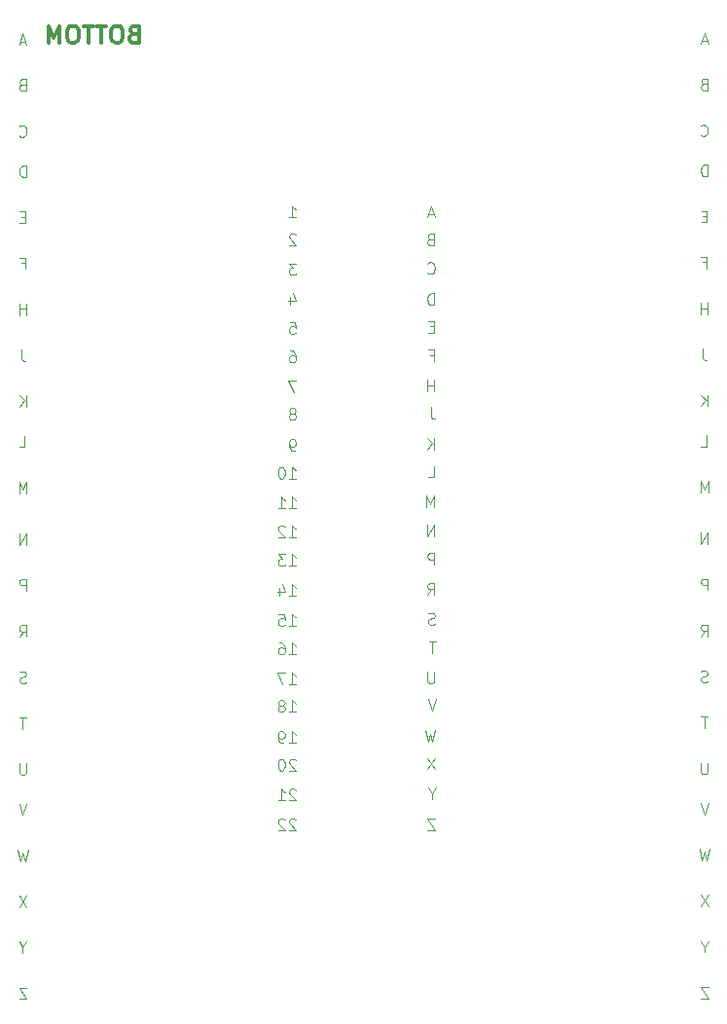
<source format=gbr>
G04 #@! TF.GenerationSoftware,KiCad,Pcbnew,8.0.6-8.0.6-0~ubuntu24.10.1*
G04 #@! TF.CreationDate,2024-10-17T11:16:10-07:00*
G04 #@! TF.ProjectId,kim1-power,6b696d31-2d70-46f7-9765-722e6b696361,1.2*
G04 #@! TF.SameCoordinates,Original*
G04 #@! TF.FileFunction,Legend,Bot*
G04 #@! TF.FilePolarity,Positive*
%FSLAX46Y46*%
G04 Gerber Fmt 4.6, Leading zero omitted, Abs format (unit mm)*
G04 Created by KiCad (PCBNEW 8.0.6-8.0.6-0~ubuntu24.10.1) date 2024-10-17 11:16:10*
%MOMM*%
%LPD*%
G01*
G04 APERTURE LIST*
%ADD10C,0.100000*%
%ADD11C,0.300000*%
%ADD12C,0.125000*%
G04 APERTURE END LIST*
D10*
X139591353Y-87072419D02*
X138924687Y-87072419D01*
X138924687Y-87072419D02*
X139353258Y-88072419D01*
X151596115Y-87972419D02*
X151596115Y-86972419D01*
X151596115Y-87448609D02*
X151024687Y-87448609D01*
X151024687Y-87972419D02*
X151024687Y-86972419D01*
X139543734Y-125267657D02*
X139496115Y-125220038D01*
X139496115Y-125220038D02*
X139400877Y-125172419D01*
X139400877Y-125172419D02*
X139162782Y-125172419D01*
X139162782Y-125172419D02*
X139067544Y-125220038D01*
X139067544Y-125220038D02*
X139019925Y-125267657D01*
X139019925Y-125267657D02*
X138972306Y-125362895D01*
X138972306Y-125362895D02*
X138972306Y-125458133D01*
X138972306Y-125458133D02*
X139019925Y-125600990D01*
X139019925Y-125600990D02*
X139591353Y-126172419D01*
X139591353Y-126172419D02*
X138972306Y-126172419D01*
X138591353Y-125267657D02*
X138543734Y-125220038D01*
X138543734Y-125220038D02*
X138448496Y-125172419D01*
X138448496Y-125172419D02*
X138210401Y-125172419D01*
X138210401Y-125172419D02*
X138115163Y-125220038D01*
X138115163Y-125220038D02*
X138067544Y-125267657D01*
X138067544Y-125267657D02*
X138019925Y-125362895D01*
X138019925Y-125362895D02*
X138019925Y-125458133D01*
X138019925Y-125458133D02*
X138067544Y-125600990D01*
X138067544Y-125600990D02*
X138638972Y-126172419D01*
X138638972Y-126172419D02*
X138019925Y-126172419D01*
X151119925Y-95472419D02*
X151596115Y-95472419D01*
X151596115Y-95472419D02*
X151596115Y-94472419D01*
X139067544Y-79805752D02*
X139067544Y-80472419D01*
X139305639Y-79424800D02*
X139543734Y-80139085D01*
X139543734Y-80139085D02*
X138924687Y-80139085D01*
X151596115Y-98072419D02*
X151596115Y-97072419D01*
X151596115Y-97072419D02*
X151262782Y-97786704D01*
X151262782Y-97786704D02*
X150929449Y-97072419D01*
X150929449Y-97072419D02*
X150929449Y-98072419D01*
X151405639Y-122996228D02*
X151405639Y-123472419D01*
X151738972Y-122472419D02*
X151405639Y-122996228D01*
X151405639Y-122996228D02*
X151072306Y-122472419D01*
X151262782Y-84848609D02*
X151596115Y-84848609D01*
X151596115Y-85372419D02*
X151596115Y-84372419D01*
X151596115Y-84372419D02*
X151119925Y-84372419D01*
X138972306Y-110872419D02*
X139543734Y-110872419D01*
X139258020Y-110872419D02*
X139258020Y-109872419D01*
X139258020Y-109872419D02*
X139353258Y-110015276D01*
X139353258Y-110015276D02*
X139448496Y-110110514D01*
X139448496Y-110110514D02*
X139543734Y-110158133D01*
X138115163Y-109872419D02*
X138305639Y-109872419D01*
X138305639Y-109872419D02*
X138400877Y-109920038D01*
X138400877Y-109920038D02*
X138448496Y-109967657D01*
X138448496Y-109967657D02*
X138543734Y-110110514D01*
X138543734Y-110110514D02*
X138591353Y-110300990D01*
X138591353Y-110300990D02*
X138591353Y-110681942D01*
X138591353Y-110681942D02*
X138543734Y-110777180D01*
X138543734Y-110777180D02*
X138496115Y-110824800D01*
X138496115Y-110824800D02*
X138400877Y-110872419D01*
X138400877Y-110872419D02*
X138210401Y-110872419D01*
X138210401Y-110872419D02*
X138115163Y-110824800D01*
X138115163Y-110824800D02*
X138067544Y-110777180D01*
X138067544Y-110777180D02*
X138019925Y-110681942D01*
X138019925Y-110681942D02*
X138019925Y-110443847D01*
X138019925Y-110443847D02*
X138067544Y-110348609D01*
X138067544Y-110348609D02*
X138115163Y-110300990D01*
X138115163Y-110300990D02*
X138210401Y-110253371D01*
X138210401Y-110253371D02*
X138400877Y-110253371D01*
X138400877Y-110253371D02*
X138496115Y-110300990D01*
X138496115Y-110300990D02*
X138543734Y-110348609D01*
X138543734Y-110348609D02*
X138591353Y-110443847D01*
X139019925Y-81972419D02*
X139496115Y-81972419D01*
X139496115Y-81972419D02*
X139543734Y-82448609D01*
X139543734Y-82448609D02*
X139496115Y-82400990D01*
X139496115Y-82400990D02*
X139400877Y-82353371D01*
X139400877Y-82353371D02*
X139162782Y-82353371D01*
X139162782Y-82353371D02*
X139067544Y-82400990D01*
X139067544Y-82400990D02*
X139019925Y-82448609D01*
X139019925Y-82448609D02*
X138972306Y-82543847D01*
X138972306Y-82543847D02*
X138972306Y-82781942D01*
X138972306Y-82781942D02*
X139019925Y-82877180D01*
X139019925Y-82877180D02*
X139067544Y-82924800D01*
X139067544Y-82924800D02*
X139162782Y-82972419D01*
X139162782Y-82972419D02*
X139400877Y-82972419D01*
X139400877Y-82972419D02*
X139496115Y-82924800D01*
X139496115Y-82924800D02*
X139543734Y-82877180D01*
X151543734Y-72586704D02*
X151067544Y-72586704D01*
X151638972Y-72872419D02*
X151305639Y-71872419D01*
X151305639Y-71872419D02*
X150972306Y-72872419D01*
X151691353Y-117472419D02*
X151453258Y-118472419D01*
X151453258Y-118472419D02*
X151262782Y-117758133D01*
X151262782Y-117758133D02*
X151072306Y-118472419D01*
X151072306Y-118472419D02*
X150834211Y-117472419D01*
X151596115Y-80472419D02*
X151596115Y-79472419D01*
X151596115Y-79472419D02*
X151358020Y-79472419D01*
X151358020Y-79472419D02*
X151215163Y-79520038D01*
X151215163Y-79520038D02*
X151119925Y-79615276D01*
X151119925Y-79615276D02*
X151072306Y-79710514D01*
X151072306Y-79710514D02*
X151024687Y-79900990D01*
X151024687Y-79900990D02*
X151024687Y-80043847D01*
X151024687Y-80043847D02*
X151072306Y-80234323D01*
X151072306Y-80234323D02*
X151119925Y-80329561D01*
X151119925Y-80329561D02*
X151215163Y-80424800D01*
X151215163Y-80424800D02*
X151358020Y-80472419D01*
X151358020Y-80472419D02*
X151596115Y-80472419D01*
D11*
X125445489Y-56915114D02*
X125231203Y-56986542D01*
X125231203Y-56986542D02*
X125159774Y-57057971D01*
X125159774Y-57057971D02*
X125088346Y-57200828D01*
X125088346Y-57200828D02*
X125088346Y-57415114D01*
X125088346Y-57415114D02*
X125159774Y-57557971D01*
X125159774Y-57557971D02*
X125231203Y-57629400D01*
X125231203Y-57629400D02*
X125374060Y-57700828D01*
X125374060Y-57700828D02*
X125945489Y-57700828D01*
X125945489Y-57700828D02*
X125945489Y-56200828D01*
X125945489Y-56200828D02*
X125445489Y-56200828D01*
X125445489Y-56200828D02*
X125302632Y-56272257D01*
X125302632Y-56272257D02*
X125231203Y-56343685D01*
X125231203Y-56343685D02*
X125159774Y-56486542D01*
X125159774Y-56486542D02*
X125159774Y-56629400D01*
X125159774Y-56629400D02*
X125231203Y-56772257D01*
X125231203Y-56772257D02*
X125302632Y-56843685D01*
X125302632Y-56843685D02*
X125445489Y-56915114D01*
X125445489Y-56915114D02*
X125945489Y-56915114D01*
X124159774Y-56200828D02*
X123874060Y-56200828D01*
X123874060Y-56200828D02*
X123731203Y-56272257D01*
X123731203Y-56272257D02*
X123588346Y-56415114D01*
X123588346Y-56415114D02*
X123516917Y-56700828D01*
X123516917Y-56700828D02*
X123516917Y-57200828D01*
X123516917Y-57200828D02*
X123588346Y-57486542D01*
X123588346Y-57486542D02*
X123731203Y-57629400D01*
X123731203Y-57629400D02*
X123874060Y-57700828D01*
X123874060Y-57700828D02*
X124159774Y-57700828D01*
X124159774Y-57700828D02*
X124302632Y-57629400D01*
X124302632Y-57629400D02*
X124445489Y-57486542D01*
X124445489Y-57486542D02*
X124516917Y-57200828D01*
X124516917Y-57200828D02*
X124516917Y-56700828D01*
X124516917Y-56700828D02*
X124445489Y-56415114D01*
X124445489Y-56415114D02*
X124302632Y-56272257D01*
X124302632Y-56272257D02*
X124159774Y-56200828D01*
X123088345Y-56200828D02*
X122231203Y-56200828D01*
X122659774Y-57700828D02*
X122659774Y-56200828D01*
X121945488Y-56200828D02*
X121088346Y-56200828D01*
X121516917Y-57700828D02*
X121516917Y-56200828D01*
X120302631Y-56200828D02*
X120016917Y-56200828D01*
X120016917Y-56200828D02*
X119874060Y-56272257D01*
X119874060Y-56272257D02*
X119731203Y-56415114D01*
X119731203Y-56415114D02*
X119659774Y-56700828D01*
X119659774Y-56700828D02*
X119659774Y-57200828D01*
X119659774Y-57200828D02*
X119731203Y-57486542D01*
X119731203Y-57486542D02*
X119874060Y-57629400D01*
X119874060Y-57629400D02*
X120016917Y-57700828D01*
X120016917Y-57700828D02*
X120302631Y-57700828D01*
X120302631Y-57700828D02*
X120445489Y-57629400D01*
X120445489Y-57629400D02*
X120588346Y-57486542D01*
X120588346Y-57486542D02*
X120659774Y-57200828D01*
X120659774Y-57200828D02*
X120659774Y-56700828D01*
X120659774Y-56700828D02*
X120588346Y-56415114D01*
X120588346Y-56415114D02*
X120445489Y-56272257D01*
X120445489Y-56272257D02*
X120302631Y-56200828D01*
X119016917Y-57700828D02*
X119016917Y-56200828D01*
X119016917Y-56200828D02*
X118516917Y-57272257D01*
X118516917Y-57272257D02*
X118016917Y-56200828D01*
X118016917Y-56200828D02*
X118016917Y-57700828D01*
D10*
X138972306Y-103172419D02*
X139543734Y-103172419D01*
X139258020Y-103172419D02*
X139258020Y-102172419D01*
X139258020Y-102172419D02*
X139353258Y-102315276D01*
X139353258Y-102315276D02*
X139448496Y-102410514D01*
X139448496Y-102410514D02*
X139543734Y-102458133D01*
X138638972Y-102172419D02*
X138019925Y-102172419D01*
X138019925Y-102172419D02*
X138353258Y-102553371D01*
X138353258Y-102553371D02*
X138210401Y-102553371D01*
X138210401Y-102553371D02*
X138115163Y-102600990D01*
X138115163Y-102600990D02*
X138067544Y-102648609D01*
X138067544Y-102648609D02*
X138019925Y-102743847D01*
X138019925Y-102743847D02*
X138019925Y-102981942D01*
X138019925Y-102981942D02*
X138067544Y-103077180D01*
X138067544Y-103077180D02*
X138115163Y-103124800D01*
X138115163Y-103124800D02*
X138210401Y-103172419D01*
X138210401Y-103172419D02*
X138496115Y-103172419D01*
X138496115Y-103172419D02*
X138591353Y-103124800D01*
X138591353Y-103124800D02*
X138638972Y-103077180D01*
X151024687Y-77677180D02*
X151072306Y-77724800D01*
X151072306Y-77724800D02*
X151215163Y-77772419D01*
X151215163Y-77772419D02*
X151310401Y-77772419D01*
X151310401Y-77772419D02*
X151453258Y-77724800D01*
X151453258Y-77724800D02*
X151548496Y-77629561D01*
X151548496Y-77629561D02*
X151596115Y-77534323D01*
X151596115Y-77534323D02*
X151643734Y-77343847D01*
X151643734Y-77343847D02*
X151643734Y-77200990D01*
X151643734Y-77200990D02*
X151596115Y-77010514D01*
X151596115Y-77010514D02*
X151548496Y-76915276D01*
X151548496Y-76915276D02*
X151453258Y-76820038D01*
X151453258Y-76820038D02*
X151310401Y-76772419D01*
X151310401Y-76772419D02*
X151215163Y-76772419D01*
X151215163Y-76772419D02*
X151072306Y-76820038D01*
X151072306Y-76820038D02*
X151024687Y-76867657D01*
X151262782Y-74748609D02*
X151119925Y-74796228D01*
X151119925Y-74796228D02*
X151072306Y-74843847D01*
X151072306Y-74843847D02*
X151024687Y-74939085D01*
X151024687Y-74939085D02*
X151024687Y-75081942D01*
X151024687Y-75081942D02*
X151072306Y-75177180D01*
X151072306Y-75177180D02*
X151119925Y-75224800D01*
X151119925Y-75224800D02*
X151215163Y-75272419D01*
X151215163Y-75272419D02*
X151596115Y-75272419D01*
X151596115Y-75272419D02*
X151596115Y-74272419D01*
X151596115Y-74272419D02*
X151262782Y-74272419D01*
X151262782Y-74272419D02*
X151167544Y-74320038D01*
X151167544Y-74320038D02*
X151119925Y-74367657D01*
X151119925Y-74367657D02*
X151072306Y-74462895D01*
X151072306Y-74462895D02*
X151072306Y-74558133D01*
X151072306Y-74558133D02*
X151119925Y-74653371D01*
X151119925Y-74653371D02*
X151167544Y-74700990D01*
X151167544Y-74700990D02*
X151262782Y-74748609D01*
X151262782Y-74748609D02*
X151596115Y-74748609D01*
X151310401Y-89372419D02*
X151310401Y-90086704D01*
X151310401Y-90086704D02*
X151358020Y-90229561D01*
X151358020Y-90229561D02*
X151453258Y-90324800D01*
X151453258Y-90324800D02*
X151596115Y-90372419D01*
X151596115Y-90372419D02*
X151691353Y-90372419D01*
X138972306Y-118572419D02*
X139543734Y-118572419D01*
X139258020Y-118572419D02*
X139258020Y-117572419D01*
X139258020Y-117572419D02*
X139353258Y-117715276D01*
X139353258Y-117715276D02*
X139448496Y-117810514D01*
X139448496Y-117810514D02*
X139543734Y-117858133D01*
X138496115Y-118572419D02*
X138305639Y-118572419D01*
X138305639Y-118572419D02*
X138210401Y-118524800D01*
X138210401Y-118524800D02*
X138162782Y-118477180D01*
X138162782Y-118477180D02*
X138067544Y-118334323D01*
X138067544Y-118334323D02*
X138019925Y-118143847D01*
X138019925Y-118143847D02*
X138019925Y-117762895D01*
X138019925Y-117762895D02*
X138067544Y-117667657D01*
X138067544Y-117667657D02*
X138115163Y-117620038D01*
X138115163Y-117620038D02*
X138210401Y-117572419D01*
X138210401Y-117572419D02*
X138400877Y-117572419D01*
X138400877Y-117572419D02*
X138496115Y-117620038D01*
X138496115Y-117620038D02*
X138543734Y-117667657D01*
X138543734Y-117667657D02*
X138591353Y-117762895D01*
X138591353Y-117762895D02*
X138591353Y-118000990D01*
X138591353Y-118000990D02*
X138543734Y-118096228D01*
X138543734Y-118096228D02*
X138496115Y-118143847D01*
X138496115Y-118143847D02*
X138400877Y-118191466D01*
X138400877Y-118191466D02*
X138210401Y-118191466D01*
X138210401Y-118191466D02*
X138115163Y-118143847D01*
X138115163Y-118143847D02*
X138067544Y-118096228D01*
X138067544Y-118096228D02*
X138019925Y-118000990D01*
X138972306Y-105772419D02*
X139543734Y-105772419D01*
X139258020Y-105772419D02*
X139258020Y-104772419D01*
X139258020Y-104772419D02*
X139353258Y-104915276D01*
X139353258Y-104915276D02*
X139448496Y-105010514D01*
X139448496Y-105010514D02*
X139543734Y-105058133D01*
X138115163Y-105105752D02*
X138115163Y-105772419D01*
X138353258Y-104724800D02*
X138591353Y-105439085D01*
X138591353Y-105439085D02*
X137972306Y-105439085D01*
X139591353Y-76872419D02*
X138972306Y-76872419D01*
X138972306Y-76872419D02*
X139305639Y-77253371D01*
X139305639Y-77253371D02*
X139162782Y-77253371D01*
X139162782Y-77253371D02*
X139067544Y-77300990D01*
X139067544Y-77300990D02*
X139019925Y-77348609D01*
X139019925Y-77348609D02*
X138972306Y-77443847D01*
X138972306Y-77443847D02*
X138972306Y-77681942D01*
X138972306Y-77681942D02*
X139019925Y-77777180D01*
X139019925Y-77777180D02*
X139067544Y-77824800D01*
X139067544Y-77824800D02*
X139162782Y-77872419D01*
X139162782Y-77872419D02*
X139448496Y-77872419D01*
X139448496Y-77872419D02*
X139543734Y-77824800D01*
X139543734Y-77824800D02*
X139591353Y-77777180D01*
X151596115Y-100572419D02*
X151596115Y-99572419D01*
X151596115Y-99572419D02*
X151024687Y-100572419D01*
X151024687Y-100572419D02*
X151024687Y-99572419D01*
X139353258Y-89900990D02*
X139448496Y-89853371D01*
X139448496Y-89853371D02*
X139496115Y-89805752D01*
X139496115Y-89805752D02*
X139543734Y-89710514D01*
X139543734Y-89710514D02*
X139543734Y-89662895D01*
X139543734Y-89662895D02*
X139496115Y-89567657D01*
X139496115Y-89567657D02*
X139448496Y-89520038D01*
X139448496Y-89520038D02*
X139353258Y-89472419D01*
X139353258Y-89472419D02*
X139162782Y-89472419D01*
X139162782Y-89472419D02*
X139067544Y-89520038D01*
X139067544Y-89520038D02*
X139019925Y-89567657D01*
X139019925Y-89567657D02*
X138972306Y-89662895D01*
X138972306Y-89662895D02*
X138972306Y-89710514D01*
X138972306Y-89710514D02*
X139019925Y-89805752D01*
X139019925Y-89805752D02*
X139067544Y-89853371D01*
X139067544Y-89853371D02*
X139162782Y-89900990D01*
X139162782Y-89900990D02*
X139353258Y-89900990D01*
X139353258Y-89900990D02*
X139448496Y-89948609D01*
X139448496Y-89948609D02*
X139496115Y-89996228D01*
X139496115Y-89996228D02*
X139543734Y-90091466D01*
X139543734Y-90091466D02*
X139543734Y-90281942D01*
X139543734Y-90281942D02*
X139496115Y-90377180D01*
X139496115Y-90377180D02*
X139448496Y-90424800D01*
X139448496Y-90424800D02*
X139353258Y-90472419D01*
X139353258Y-90472419D02*
X139162782Y-90472419D01*
X139162782Y-90472419D02*
X139067544Y-90424800D01*
X139067544Y-90424800D02*
X139019925Y-90377180D01*
X139019925Y-90377180D02*
X138972306Y-90281942D01*
X138972306Y-90281942D02*
X138972306Y-90091466D01*
X138972306Y-90091466D02*
X139019925Y-89996228D01*
X139019925Y-89996228D02*
X139067544Y-89948609D01*
X139067544Y-89948609D02*
X139162782Y-89900990D01*
X151596115Y-93072419D02*
X151596115Y-92072419D01*
X151024687Y-93072419D02*
X151453258Y-92500990D01*
X151024687Y-92072419D02*
X151596115Y-92643847D01*
X138972306Y-108372419D02*
X139543734Y-108372419D01*
X139258020Y-108372419D02*
X139258020Y-107372419D01*
X139258020Y-107372419D02*
X139353258Y-107515276D01*
X139353258Y-107515276D02*
X139448496Y-107610514D01*
X139448496Y-107610514D02*
X139543734Y-107658133D01*
X138067544Y-107372419D02*
X138543734Y-107372419D01*
X138543734Y-107372419D02*
X138591353Y-107848609D01*
X138591353Y-107848609D02*
X138543734Y-107800990D01*
X138543734Y-107800990D02*
X138448496Y-107753371D01*
X138448496Y-107753371D02*
X138210401Y-107753371D01*
X138210401Y-107753371D02*
X138115163Y-107800990D01*
X138115163Y-107800990D02*
X138067544Y-107848609D01*
X138067544Y-107848609D02*
X138019925Y-107943847D01*
X138019925Y-107943847D02*
X138019925Y-108181942D01*
X138019925Y-108181942D02*
X138067544Y-108277180D01*
X138067544Y-108277180D02*
X138115163Y-108324800D01*
X138115163Y-108324800D02*
X138210401Y-108372419D01*
X138210401Y-108372419D02*
X138448496Y-108372419D01*
X138448496Y-108372419D02*
X138543734Y-108324800D01*
X138543734Y-108324800D02*
X138591353Y-108277180D01*
X151738972Y-114772419D02*
X151405639Y-115772419D01*
X151405639Y-115772419D02*
X151072306Y-114772419D01*
X139543734Y-122667657D02*
X139496115Y-122620038D01*
X139496115Y-122620038D02*
X139400877Y-122572419D01*
X139400877Y-122572419D02*
X139162782Y-122572419D01*
X139162782Y-122572419D02*
X139067544Y-122620038D01*
X139067544Y-122620038D02*
X139019925Y-122667657D01*
X139019925Y-122667657D02*
X138972306Y-122762895D01*
X138972306Y-122762895D02*
X138972306Y-122858133D01*
X138972306Y-122858133D02*
X139019925Y-123000990D01*
X139019925Y-123000990D02*
X139591353Y-123572419D01*
X139591353Y-123572419D02*
X138972306Y-123572419D01*
X138019925Y-123572419D02*
X138591353Y-123572419D01*
X138305639Y-123572419D02*
X138305639Y-122572419D01*
X138305639Y-122572419D02*
X138400877Y-122715276D01*
X138400877Y-122715276D02*
X138496115Y-122810514D01*
X138496115Y-122810514D02*
X138591353Y-122858133D01*
X139543734Y-74367657D02*
X139496115Y-74320038D01*
X139496115Y-74320038D02*
X139400877Y-74272419D01*
X139400877Y-74272419D02*
X139162782Y-74272419D01*
X139162782Y-74272419D02*
X139067544Y-74320038D01*
X139067544Y-74320038D02*
X139019925Y-74367657D01*
X139019925Y-74367657D02*
X138972306Y-74462895D01*
X138972306Y-74462895D02*
X138972306Y-74558133D01*
X138972306Y-74558133D02*
X139019925Y-74700990D01*
X139019925Y-74700990D02*
X139591353Y-75272419D01*
X139591353Y-75272419D02*
X138972306Y-75272419D01*
X139067544Y-84472419D02*
X139258020Y-84472419D01*
X139258020Y-84472419D02*
X139353258Y-84520038D01*
X139353258Y-84520038D02*
X139400877Y-84567657D01*
X139400877Y-84567657D02*
X139496115Y-84710514D01*
X139496115Y-84710514D02*
X139543734Y-84900990D01*
X139543734Y-84900990D02*
X139543734Y-85281942D01*
X139543734Y-85281942D02*
X139496115Y-85377180D01*
X139496115Y-85377180D02*
X139448496Y-85424800D01*
X139448496Y-85424800D02*
X139353258Y-85472419D01*
X139353258Y-85472419D02*
X139162782Y-85472419D01*
X139162782Y-85472419D02*
X139067544Y-85424800D01*
X139067544Y-85424800D02*
X139019925Y-85377180D01*
X139019925Y-85377180D02*
X138972306Y-85281942D01*
X138972306Y-85281942D02*
X138972306Y-85043847D01*
X138972306Y-85043847D02*
X139019925Y-84948609D01*
X139019925Y-84948609D02*
X139067544Y-84900990D01*
X139067544Y-84900990D02*
X139162782Y-84853371D01*
X139162782Y-84853371D02*
X139353258Y-84853371D01*
X139353258Y-84853371D02*
X139448496Y-84900990D01*
X139448496Y-84900990D02*
X139496115Y-84948609D01*
X139496115Y-84948609D02*
X139543734Y-85043847D01*
X151738972Y-109772419D02*
X151167544Y-109772419D01*
X151453258Y-110772419D02*
X151453258Y-109772419D01*
D12*
X138955859Y-72871119D02*
X139527287Y-72871119D01*
X139241573Y-72871119D02*
X139241573Y-71871119D01*
X139241573Y-71871119D02*
X139336811Y-72013976D01*
X139336811Y-72013976D02*
X139432049Y-72109214D01*
X139432049Y-72109214D02*
X139527287Y-72156833D01*
D10*
X138972306Y-115872419D02*
X139543734Y-115872419D01*
X139258020Y-115872419D02*
X139258020Y-114872419D01*
X139258020Y-114872419D02*
X139353258Y-115015276D01*
X139353258Y-115015276D02*
X139448496Y-115110514D01*
X139448496Y-115110514D02*
X139543734Y-115158133D01*
X138400877Y-115300990D02*
X138496115Y-115253371D01*
X138496115Y-115253371D02*
X138543734Y-115205752D01*
X138543734Y-115205752D02*
X138591353Y-115110514D01*
X138591353Y-115110514D02*
X138591353Y-115062895D01*
X138591353Y-115062895D02*
X138543734Y-114967657D01*
X138543734Y-114967657D02*
X138496115Y-114920038D01*
X138496115Y-114920038D02*
X138400877Y-114872419D01*
X138400877Y-114872419D02*
X138210401Y-114872419D01*
X138210401Y-114872419D02*
X138115163Y-114920038D01*
X138115163Y-114920038D02*
X138067544Y-114967657D01*
X138067544Y-114967657D02*
X138019925Y-115062895D01*
X138019925Y-115062895D02*
X138019925Y-115110514D01*
X138019925Y-115110514D02*
X138067544Y-115205752D01*
X138067544Y-115205752D02*
X138115163Y-115253371D01*
X138115163Y-115253371D02*
X138210401Y-115300990D01*
X138210401Y-115300990D02*
X138400877Y-115300990D01*
X138400877Y-115300990D02*
X138496115Y-115348609D01*
X138496115Y-115348609D02*
X138543734Y-115396228D01*
X138543734Y-115396228D02*
X138591353Y-115491466D01*
X138591353Y-115491466D02*
X138591353Y-115681942D01*
X138591353Y-115681942D02*
X138543734Y-115777180D01*
X138543734Y-115777180D02*
X138496115Y-115824800D01*
X138496115Y-115824800D02*
X138400877Y-115872419D01*
X138400877Y-115872419D02*
X138210401Y-115872419D01*
X138210401Y-115872419D02*
X138115163Y-115824800D01*
X138115163Y-115824800D02*
X138067544Y-115777180D01*
X138067544Y-115777180D02*
X138019925Y-115681942D01*
X138019925Y-115681942D02*
X138019925Y-115491466D01*
X138019925Y-115491466D02*
X138067544Y-115396228D01*
X138067544Y-115396228D02*
X138115163Y-115348609D01*
X138115163Y-115348609D02*
X138210401Y-115300990D01*
X151691353Y-119872419D02*
X151024687Y-120872419D01*
X151024687Y-119872419D02*
X151691353Y-120872419D01*
X151596115Y-82348609D02*
X151262782Y-82348609D01*
X151119925Y-82872419D02*
X151596115Y-82872419D01*
X151596115Y-82872419D02*
X151596115Y-81872419D01*
X151596115Y-81872419D02*
X151119925Y-81872419D01*
X151643734Y-108224800D02*
X151500877Y-108272419D01*
X151500877Y-108272419D02*
X151262782Y-108272419D01*
X151262782Y-108272419D02*
X151167544Y-108224800D01*
X151167544Y-108224800D02*
X151119925Y-108177180D01*
X151119925Y-108177180D02*
X151072306Y-108081942D01*
X151072306Y-108081942D02*
X151072306Y-107986704D01*
X151072306Y-107986704D02*
X151119925Y-107891466D01*
X151119925Y-107891466D02*
X151167544Y-107843847D01*
X151167544Y-107843847D02*
X151262782Y-107796228D01*
X151262782Y-107796228D02*
X151453258Y-107748609D01*
X151453258Y-107748609D02*
X151548496Y-107700990D01*
X151548496Y-107700990D02*
X151596115Y-107653371D01*
X151596115Y-107653371D02*
X151643734Y-107558133D01*
X151643734Y-107558133D02*
X151643734Y-107462895D01*
X151643734Y-107462895D02*
X151596115Y-107367657D01*
X151596115Y-107367657D02*
X151548496Y-107320038D01*
X151548496Y-107320038D02*
X151453258Y-107272419D01*
X151453258Y-107272419D02*
X151215163Y-107272419D01*
X151215163Y-107272419D02*
X151072306Y-107320038D01*
X151691353Y-125172419D02*
X151024687Y-125172419D01*
X151024687Y-125172419D02*
X151691353Y-126172419D01*
X151691353Y-126172419D02*
X151024687Y-126172419D01*
X139543734Y-120067657D02*
X139496115Y-120020038D01*
X139496115Y-120020038D02*
X139400877Y-119972419D01*
X139400877Y-119972419D02*
X139162782Y-119972419D01*
X139162782Y-119972419D02*
X139067544Y-120020038D01*
X139067544Y-120020038D02*
X139019925Y-120067657D01*
X139019925Y-120067657D02*
X138972306Y-120162895D01*
X138972306Y-120162895D02*
X138972306Y-120258133D01*
X138972306Y-120258133D02*
X139019925Y-120400990D01*
X139019925Y-120400990D02*
X139591353Y-120972419D01*
X139591353Y-120972419D02*
X138972306Y-120972419D01*
X138353258Y-119972419D02*
X138258020Y-119972419D01*
X138258020Y-119972419D02*
X138162782Y-120020038D01*
X138162782Y-120020038D02*
X138115163Y-120067657D01*
X138115163Y-120067657D02*
X138067544Y-120162895D01*
X138067544Y-120162895D02*
X138019925Y-120353371D01*
X138019925Y-120353371D02*
X138019925Y-120591466D01*
X138019925Y-120591466D02*
X138067544Y-120781942D01*
X138067544Y-120781942D02*
X138115163Y-120877180D01*
X138115163Y-120877180D02*
X138162782Y-120924800D01*
X138162782Y-120924800D02*
X138258020Y-120972419D01*
X138258020Y-120972419D02*
X138353258Y-120972419D01*
X138353258Y-120972419D02*
X138448496Y-120924800D01*
X138448496Y-120924800D02*
X138496115Y-120877180D01*
X138496115Y-120877180D02*
X138543734Y-120781942D01*
X138543734Y-120781942D02*
X138591353Y-120591466D01*
X138591353Y-120591466D02*
X138591353Y-120353371D01*
X138591353Y-120353371D02*
X138543734Y-120162895D01*
X138543734Y-120162895D02*
X138496115Y-120067657D01*
X138496115Y-120067657D02*
X138448496Y-120020038D01*
X138448496Y-120020038D02*
X138353258Y-119972419D01*
X151024687Y-105672419D02*
X151358020Y-105196228D01*
X151596115Y-105672419D02*
X151596115Y-104672419D01*
X151596115Y-104672419D02*
X151215163Y-104672419D01*
X151215163Y-104672419D02*
X151119925Y-104720038D01*
X151119925Y-104720038D02*
X151072306Y-104767657D01*
X151072306Y-104767657D02*
X151024687Y-104862895D01*
X151024687Y-104862895D02*
X151024687Y-105005752D01*
X151024687Y-105005752D02*
X151072306Y-105100990D01*
X151072306Y-105100990D02*
X151119925Y-105148609D01*
X151119925Y-105148609D02*
X151215163Y-105196228D01*
X151215163Y-105196228D02*
X151596115Y-105196228D01*
X151596115Y-103072419D02*
X151596115Y-102072419D01*
X151596115Y-102072419D02*
X151215163Y-102072419D01*
X151215163Y-102072419D02*
X151119925Y-102120038D01*
X151119925Y-102120038D02*
X151072306Y-102167657D01*
X151072306Y-102167657D02*
X151024687Y-102262895D01*
X151024687Y-102262895D02*
X151024687Y-102405752D01*
X151024687Y-102405752D02*
X151072306Y-102500990D01*
X151072306Y-102500990D02*
X151119925Y-102548609D01*
X151119925Y-102548609D02*
X151215163Y-102596228D01*
X151215163Y-102596228D02*
X151596115Y-102596228D01*
X138972306Y-95572419D02*
X139543734Y-95572419D01*
X139258020Y-95572419D02*
X139258020Y-94572419D01*
X139258020Y-94572419D02*
X139353258Y-94715276D01*
X139353258Y-94715276D02*
X139448496Y-94810514D01*
X139448496Y-94810514D02*
X139543734Y-94858133D01*
X138353258Y-94572419D02*
X138258020Y-94572419D01*
X138258020Y-94572419D02*
X138162782Y-94620038D01*
X138162782Y-94620038D02*
X138115163Y-94667657D01*
X138115163Y-94667657D02*
X138067544Y-94762895D01*
X138067544Y-94762895D02*
X138019925Y-94953371D01*
X138019925Y-94953371D02*
X138019925Y-95191466D01*
X138019925Y-95191466D02*
X138067544Y-95381942D01*
X138067544Y-95381942D02*
X138115163Y-95477180D01*
X138115163Y-95477180D02*
X138162782Y-95524800D01*
X138162782Y-95524800D02*
X138258020Y-95572419D01*
X138258020Y-95572419D02*
X138353258Y-95572419D01*
X138353258Y-95572419D02*
X138448496Y-95524800D01*
X138448496Y-95524800D02*
X138496115Y-95477180D01*
X138496115Y-95477180D02*
X138543734Y-95381942D01*
X138543734Y-95381942D02*
X138591353Y-95191466D01*
X138591353Y-95191466D02*
X138591353Y-94953371D01*
X138591353Y-94953371D02*
X138543734Y-94762895D01*
X138543734Y-94762895D02*
X138496115Y-94667657D01*
X138496115Y-94667657D02*
X138448496Y-94620038D01*
X138448496Y-94620038D02*
X138353258Y-94572419D01*
X138972306Y-100672419D02*
X139543734Y-100672419D01*
X139258020Y-100672419D02*
X139258020Y-99672419D01*
X139258020Y-99672419D02*
X139353258Y-99815276D01*
X139353258Y-99815276D02*
X139448496Y-99910514D01*
X139448496Y-99910514D02*
X139543734Y-99958133D01*
X138591353Y-99767657D02*
X138543734Y-99720038D01*
X138543734Y-99720038D02*
X138448496Y-99672419D01*
X138448496Y-99672419D02*
X138210401Y-99672419D01*
X138210401Y-99672419D02*
X138115163Y-99720038D01*
X138115163Y-99720038D02*
X138067544Y-99767657D01*
X138067544Y-99767657D02*
X138019925Y-99862895D01*
X138019925Y-99862895D02*
X138019925Y-99958133D01*
X138019925Y-99958133D02*
X138067544Y-100100990D01*
X138067544Y-100100990D02*
X138638972Y-100672419D01*
X138638972Y-100672419D02*
X138019925Y-100672419D01*
X151596115Y-112372419D02*
X151596115Y-113181942D01*
X151596115Y-113181942D02*
X151548496Y-113277180D01*
X151548496Y-113277180D02*
X151500877Y-113324800D01*
X151500877Y-113324800D02*
X151405639Y-113372419D01*
X151405639Y-113372419D02*
X151215163Y-113372419D01*
X151215163Y-113372419D02*
X151119925Y-113324800D01*
X151119925Y-113324800D02*
X151072306Y-113277180D01*
X151072306Y-113277180D02*
X151024687Y-113181942D01*
X151024687Y-113181942D02*
X151024687Y-112372419D01*
X138972306Y-98172419D02*
X139543734Y-98172419D01*
X139258020Y-98172419D02*
X139258020Y-97172419D01*
X139258020Y-97172419D02*
X139353258Y-97315276D01*
X139353258Y-97315276D02*
X139448496Y-97410514D01*
X139448496Y-97410514D02*
X139543734Y-97458133D01*
X138019925Y-98172419D02*
X138591353Y-98172419D01*
X138305639Y-98172419D02*
X138305639Y-97172419D01*
X138305639Y-97172419D02*
X138400877Y-97315276D01*
X138400877Y-97315276D02*
X138496115Y-97410514D01*
X138496115Y-97410514D02*
X138591353Y-97458133D01*
X139448496Y-93172419D02*
X139258020Y-93172419D01*
X139258020Y-93172419D02*
X139162782Y-93124800D01*
X139162782Y-93124800D02*
X139115163Y-93077180D01*
X139115163Y-93077180D02*
X139019925Y-92934323D01*
X139019925Y-92934323D02*
X138972306Y-92743847D01*
X138972306Y-92743847D02*
X138972306Y-92362895D01*
X138972306Y-92362895D02*
X139019925Y-92267657D01*
X139019925Y-92267657D02*
X139067544Y-92220038D01*
X139067544Y-92220038D02*
X139162782Y-92172419D01*
X139162782Y-92172419D02*
X139353258Y-92172419D01*
X139353258Y-92172419D02*
X139448496Y-92220038D01*
X139448496Y-92220038D02*
X139496115Y-92267657D01*
X139496115Y-92267657D02*
X139543734Y-92362895D01*
X139543734Y-92362895D02*
X139543734Y-92600990D01*
X139543734Y-92600990D02*
X139496115Y-92696228D01*
X139496115Y-92696228D02*
X139448496Y-92743847D01*
X139448496Y-92743847D02*
X139353258Y-92791466D01*
X139353258Y-92791466D02*
X139162782Y-92791466D01*
X139162782Y-92791466D02*
X139067544Y-92743847D01*
X139067544Y-92743847D02*
X139019925Y-92696228D01*
X139019925Y-92696228D02*
X138972306Y-92600990D01*
X138972306Y-113472419D02*
X139543734Y-113472419D01*
X139258020Y-113472419D02*
X139258020Y-112472419D01*
X139258020Y-112472419D02*
X139353258Y-112615276D01*
X139353258Y-112615276D02*
X139448496Y-112710514D01*
X139448496Y-112710514D02*
X139543734Y-112758133D01*
X138638972Y-112472419D02*
X137972306Y-112472419D01*
X137972306Y-112472419D02*
X138400877Y-113472419D01*
X116096115Y-101352419D02*
X116096115Y-100352419D01*
X116096115Y-100352419D02*
X115524687Y-101352419D01*
X115524687Y-101352419D02*
X115524687Y-100352419D01*
X116072305Y-105352419D02*
X116072305Y-104352419D01*
X116072305Y-104352419D02*
X115691353Y-104352419D01*
X115691353Y-104352419D02*
X115596115Y-104400038D01*
X115596115Y-104400038D02*
X115548496Y-104447657D01*
X115548496Y-104447657D02*
X115500877Y-104542895D01*
X115500877Y-104542895D02*
X115500877Y-104685752D01*
X115500877Y-104685752D02*
X115548496Y-104780990D01*
X115548496Y-104780990D02*
X115596115Y-104828609D01*
X115596115Y-104828609D02*
X115691353Y-104876228D01*
X115691353Y-104876228D02*
X116072305Y-104876228D01*
X116024686Y-72828609D02*
X115691353Y-72828609D01*
X115548496Y-73352419D02*
X116024686Y-73352419D01*
X116024686Y-73352419D02*
X116024686Y-72352419D01*
X116024686Y-72352419D02*
X115548496Y-72352419D01*
X116143734Y-131852419D02*
X115477068Y-132852419D01*
X115477068Y-131852419D02*
X116143734Y-132852419D01*
X116238972Y-127852419D02*
X116000877Y-128852419D01*
X116000877Y-128852419D02*
X115810401Y-128138133D01*
X115810401Y-128138133D02*
X115619925Y-128852419D01*
X115619925Y-128852419D02*
X115381830Y-127852419D01*
X116143734Y-96852419D02*
X116143734Y-95852419D01*
X116143734Y-95852419D02*
X115810401Y-96566704D01*
X115810401Y-96566704D02*
X115477068Y-95852419D01*
X115477068Y-95852419D02*
X115477068Y-96852419D01*
X115810401Y-136376228D02*
X115810401Y-136852419D01*
X116143734Y-135852419D02*
X115810401Y-136376228D01*
X115810401Y-136376228D02*
X115477068Y-135852419D01*
X116096115Y-120352419D02*
X116096115Y-121161942D01*
X116096115Y-121161942D02*
X116048496Y-121257180D01*
X116048496Y-121257180D02*
X116000877Y-121304800D01*
X116000877Y-121304800D02*
X115905639Y-121352419D01*
X115905639Y-121352419D02*
X115715163Y-121352419D01*
X115715163Y-121352419D02*
X115619925Y-121304800D01*
X115619925Y-121304800D02*
X115572306Y-121257180D01*
X115572306Y-121257180D02*
X115524687Y-121161942D01*
X115524687Y-121161942D02*
X115524687Y-120352419D01*
X116096115Y-81352419D02*
X116096115Y-80352419D01*
X116096115Y-80828609D02*
X115524687Y-80828609D01*
X115524687Y-81352419D02*
X115524687Y-80352419D01*
X116096115Y-113304800D02*
X115953258Y-113352419D01*
X115953258Y-113352419D02*
X115715163Y-113352419D01*
X115715163Y-113352419D02*
X115619925Y-113304800D01*
X115619925Y-113304800D02*
X115572306Y-113257180D01*
X115572306Y-113257180D02*
X115524687Y-113161942D01*
X115524687Y-113161942D02*
X115524687Y-113066704D01*
X115524687Y-113066704D02*
X115572306Y-112971466D01*
X115572306Y-112971466D02*
X115619925Y-112923847D01*
X115619925Y-112923847D02*
X115715163Y-112876228D01*
X115715163Y-112876228D02*
X115905639Y-112828609D01*
X115905639Y-112828609D02*
X116000877Y-112780990D01*
X116000877Y-112780990D02*
X116048496Y-112733371D01*
X116048496Y-112733371D02*
X116096115Y-112638133D01*
X116096115Y-112638133D02*
X116096115Y-112542895D01*
X116096115Y-112542895D02*
X116048496Y-112447657D01*
X116048496Y-112447657D02*
X116000877Y-112400038D01*
X116000877Y-112400038D02*
X115905639Y-112352419D01*
X115905639Y-112352419D02*
X115667544Y-112352419D01*
X115667544Y-112352419D02*
X115524687Y-112400038D01*
X115500877Y-109352419D02*
X115834210Y-108876228D01*
X116072305Y-109352419D02*
X116072305Y-108352419D01*
X116072305Y-108352419D02*
X115691353Y-108352419D01*
X115691353Y-108352419D02*
X115596115Y-108400038D01*
X115596115Y-108400038D02*
X115548496Y-108447657D01*
X115548496Y-108447657D02*
X115500877Y-108542895D01*
X115500877Y-108542895D02*
X115500877Y-108685752D01*
X115500877Y-108685752D02*
X115548496Y-108780990D01*
X115548496Y-108780990D02*
X115596115Y-108828609D01*
X115596115Y-108828609D02*
X115691353Y-108876228D01*
X115691353Y-108876228D02*
X116072305Y-108876228D01*
X115667544Y-84352419D02*
X115667544Y-85066704D01*
X115667544Y-85066704D02*
X115715163Y-85209561D01*
X115715163Y-85209561D02*
X115810401Y-85304800D01*
X115810401Y-85304800D02*
X115953258Y-85352419D01*
X115953258Y-85352419D02*
X116048496Y-85352419D01*
X116143734Y-123852419D02*
X115810401Y-124852419D01*
X115810401Y-124852419D02*
X115477068Y-123852419D01*
X115667544Y-76828609D02*
X116000877Y-76828609D01*
X116000877Y-77352419D02*
X116000877Y-76352419D01*
X116000877Y-76352419D02*
X115524687Y-76352419D01*
X115738972Y-61328609D02*
X115596115Y-61376228D01*
X115596115Y-61376228D02*
X115548496Y-61423847D01*
X115548496Y-61423847D02*
X115500877Y-61519085D01*
X115500877Y-61519085D02*
X115500877Y-61661942D01*
X115500877Y-61661942D02*
X115548496Y-61757180D01*
X115548496Y-61757180D02*
X115596115Y-61804800D01*
X115596115Y-61804800D02*
X115691353Y-61852419D01*
X115691353Y-61852419D02*
X116072305Y-61852419D01*
X116072305Y-61852419D02*
X116072305Y-60852419D01*
X116072305Y-60852419D02*
X115738972Y-60852419D01*
X115738972Y-60852419D02*
X115643734Y-60900038D01*
X115643734Y-60900038D02*
X115596115Y-60947657D01*
X115596115Y-60947657D02*
X115548496Y-61042895D01*
X115548496Y-61042895D02*
X115548496Y-61138133D01*
X115548496Y-61138133D02*
X115596115Y-61233371D01*
X115596115Y-61233371D02*
X115643734Y-61280990D01*
X115643734Y-61280990D02*
X115738972Y-61328609D01*
X115738972Y-61328609D02*
X116072305Y-61328609D01*
X116072305Y-89352419D02*
X116072305Y-88352419D01*
X115500877Y-89352419D02*
X115929448Y-88780990D01*
X115500877Y-88352419D02*
X116072305Y-88923847D01*
X115500877Y-92852419D02*
X115977067Y-92852419D01*
X115977067Y-92852419D02*
X115977067Y-91852419D01*
X116072305Y-69352419D02*
X116072305Y-68352419D01*
X116072305Y-68352419D02*
X115834210Y-68352419D01*
X115834210Y-68352419D02*
X115691353Y-68400038D01*
X115691353Y-68400038D02*
X115596115Y-68495276D01*
X115596115Y-68495276D02*
X115548496Y-68590514D01*
X115548496Y-68590514D02*
X115500877Y-68780990D01*
X115500877Y-68780990D02*
X115500877Y-68923847D01*
X115500877Y-68923847D02*
X115548496Y-69114323D01*
X115548496Y-69114323D02*
X115596115Y-69209561D01*
X115596115Y-69209561D02*
X115691353Y-69304800D01*
X115691353Y-69304800D02*
X115834210Y-69352419D01*
X115834210Y-69352419D02*
X116072305Y-69352419D01*
X115500877Y-65757180D02*
X115548496Y-65804800D01*
X115548496Y-65804800D02*
X115691353Y-65852419D01*
X115691353Y-65852419D02*
X115786591Y-65852419D01*
X115786591Y-65852419D02*
X115929448Y-65804800D01*
X115929448Y-65804800D02*
X116024686Y-65709561D01*
X116024686Y-65709561D02*
X116072305Y-65614323D01*
X116072305Y-65614323D02*
X116119924Y-65423847D01*
X116119924Y-65423847D02*
X116119924Y-65280990D01*
X116119924Y-65280990D02*
X116072305Y-65090514D01*
X116072305Y-65090514D02*
X116024686Y-64995276D01*
X116024686Y-64995276D02*
X115929448Y-64900038D01*
X115929448Y-64900038D02*
X115786591Y-64852419D01*
X115786591Y-64852419D02*
X115691353Y-64852419D01*
X115691353Y-64852419D02*
X115548496Y-64900038D01*
X115548496Y-64900038D02*
X115500877Y-64947657D01*
X116048496Y-57566704D02*
X115572306Y-57566704D01*
X116143734Y-57852419D02*
X115810401Y-56852419D01*
X115810401Y-56852419D02*
X115477068Y-57852419D01*
X116143734Y-139852419D02*
X115477068Y-139852419D01*
X115477068Y-139852419D02*
X116143734Y-140852419D01*
X116143734Y-140852419D02*
X115477068Y-140852419D01*
X116096115Y-116352419D02*
X115524687Y-116352419D01*
X115810401Y-117352419D02*
X115810401Y-116352419D01*
X175518169Y-127792419D02*
X175280074Y-128792419D01*
X175280074Y-128792419D02*
X175089598Y-128078133D01*
X175089598Y-128078133D02*
X174899122Y-128792419D01*
X174899122Y-128792419D02*
X174661027Y-127792419D01*
X175375312Y-81292419D02*
X175375312Y-80292419D01*
X175375312Y-80768609D02*
X174803884Y-80768609D01*
X174803884Y-81292419D02*
X174803884Y-80292419D01*
X175422931Y-96792419D02*
X175422931Y-95792419D01*
X175422931Y-95792419D02*
X175089598Y-96506704D01*
X175089598Y-96506704D02*
X174756265Y-95792419D01*
X174756265Y-95792419D02*
X174756265Y-96792419D01*
X175351503Y-69292419D02*
X175351503Y-68292419D01*
X175351503Y-68292419D02*
X175113408Y-68292419D01*
X175113408Y-68292419D02*
X174970551Y-68340038D01*
X174970551Y-68340038D02*
X174875313Y-68435276D01*
X174875313Y-68435276D02*
X174827694Y-68530514D01*
X174827694Y-68530514D02*
X174780075Y-68720990D01*
X174780075Y-68720990D02*
X174780075Y-68863847D01*
X174780075Y-68863847D02*
X174827694Y-69054323D01*
X174827694Y-69054323D02*
X174875313Y-69149561D01*
X174875313Y-69149561D02*
X174970551Y-69244800D01*
X174970551Y-69244800D02*
X175113408Y-69292419D01*
X175113408Y-69292419D02*
X175351503Y-69292419D01*
X175375312Y-120292419D02*
X175375312Y-121101942D01*
X175375312Y-121101942D02*
X175327693Y-121197180D01*
X175327693Y-121197180D02*
X175280074Y-121244800D01*
X175280074Y-121244800D02*
X175184836Y-121292419D01*
X175184836Y-121292419D02*
X174994360Y-121292419D01*
X174994360Y-121292419D02*
X174899122Y-121244800D01*
X174899122Y-121244800D02*
X174851503Y-121197180D01*
X174851503Y-121197180D02*
X174803884Y-121101942D01*
X174803884Y-121101942D02*
X174803884Y-120292419D01*
X175422931Y-139792419D02*
X174756265Y-139792419D01*
X174756265Y-139792419D02*
X175422931Y-140792419D01*
X175422931Y-140792419D02*
X174756265Y-140792419D01*
X175018170Y-61268609D02*
X174875313Y-61316228D01*
X174875313Y-61316228D02*
X174827694Y-61363847D01*
X174827694Y-61363847D02*
X174780075Y-61459085D01*
X174780075Y-61459085D02*
X174780075Y-61601942D01*
X174780075Y-61601942D02*
X174827694Y-61697180D01*
X174827694Y-61697180D02*
X174875313Y-61744800D01*
X174875313Y-61744800D02*
X174970551Y-61792419D01*
X174970551Y-61792419D02*
X175351503Y-61792419D01*
X175351503Y-61792419D02*
X175351503Y-60792419D01*
X175351503Y-60792419D02*
X175018170Y-60792419D01*
X175018170Y-60792419D02*
X174922932Y-60840038D01*
X174922932Y-60840038D02*
X174875313Y-60887657D01*
X174875313Y-60887657D02*
X174827694Y-60982895D01*
X174827694Y-60982895D02*
X174827694Y-61078133D01*
X174827694Y-61078133D02*
X174875313Y-61173371D01*
X174875313Y-61173371D02*
X174922932Y-61220990D01*
X174922932Y-61220990D02*
X175018170Y-61268609D01*
X175018170Y-61268609D02*
X175351503Y-61268609D01*
X175351503Y-105292419D02*
X175351503Y-104292419D01*
X175351503Y-104292419D02*
X174970551Y-104292419D01*
X174970551Y-104292419D02*
X174875313Y-104340038D01*
X174875313Y-104340038D02*
X174827694Y-104387657D01*
X174827694Y-104387657D02*
X174780075Y-104482895D01*
X174780075Y-104482895D02*
X174780075Y-104625752D01*
X174780075Y-104625752D02*
X174827694Y-104720990D01*
X174827694Y-104720990D02*
X174875313Y-104768609D01*
X174875313Y-104768609D02*
X174970551Y-104816228D01*
X174970551Y-104816228D02*
X175351503Y-104816228D01*
X175422931Y-123792419D02*
X175089598Y-124792419D01*
X175089598Y-124792419D02*
X174756265Y-123792419D01*
X174780075Y-92792419D02*
X175256265Y-92792419D01*
X175256265Y-92792419D02*
X175256265Y-91792419D01*
X175375312Y-101292419D02*
X175375312Y-100292419D01*
X175375312Y-100292419D02*
X174803884Y-101292419D01*
X174803884Y-101292419D02*
X174803884Y-100292419D01*
X175327693Y-57506704D02*
X174851503Y-57506704D01*
X175422931Y-57792419D02*
X175089598Y-56792419D01*
X175089598Y-56792419D02*
X174756265Y-57792419D01*
X174946741Y-84292419D02*
X174946741Y-85006704D01*
X174946741Y-85006704D02*
X174994360Y-85149561D01*
X174994360Y-85149561D02*
X175089598Y-85244800D01*
X175089598Y-85244800D02*
X175232455Y-85292419D01*
X175232455Y-85292419D02*
X175327693Y-85292419D01*
X175375312Y-116292419D02*
X174803884Y-116292419D01*
X175089598Y-117292419D02*
X175089598Y-116292419D01*
X175422931Y-131792419D02*
X174756265Y-132792419D01*
X174756265Y-131792419D02*
X175422931Y-132792419D01*
X174780075Y-65697180D02*
X174827694Y-65744800D01*
X174827694Y-65744800D02*
X174970551Y-65792419D01*
X174970551Y-65792419D02*
X175065789Y-65792419D01*
X175065789Y-65792419D02*
X175208646Y-65744800D01*
X175208646Y-65744800D02*
X175303884Y-65649561D01*
X175303884Y-65649561D02*
X175351503Y-65554323D01*
X175351503Y-65554323D02*
X175399122Y-65363847D01*
X175399122Y-65363847D02*
X175399122Y-65220990D01*
X175399122Y-65220990D02*
X175351503Y-65030514D01*
X175351503Y-65030514D02*
X175303884Y-64935276D01*
X175303884Y-64935276D02*
X175208646Y-64840038D01*
X175208646Y-64840038D02*
X175065789Y-64792419D01*
X175065789Y-64792419D02*
X174970551Y-64792419D01*
X174970551Y-64792419D02*
X174827694Y-64840038D01*
X174827694Y-64840038D02*
X174780075Y-64887657D01*
X175089598Y-136316228D02*
X175089598Y-136792419D01*
X175422931Y-135792419D02*
X175089598Y-136316228D01*
X175089598Y-136316228D02*
X174756265Y-135792419D01*
X175303884Y-72768609D02*
X174970551Y-72768609D01*
X174827694Y-73292419D02*
X175303884Y-73292419D01*
X175303884Y-73292419D02*
X175303884Y-72292419D01*
X175303884Y-72292419D02*
X174827694Y-72292419D01*
X175375312Y-113244800D02*
X175232455Y-113292419D01*
X175232455Y-113292419D02*
X174994360Y-113292419D01*
X174994360Y-113292419D02*
X174899122Y-113244800D01*
X174899122Y-113244800D02*
X174851503Y-113197180D01*
X174851503Y-113197180D02*
X174803884Y-113101942D01*
X174803884Y-113101942D02*
X174803884Y-113006704D01*
X174803884Y-113006704D02*
X174851503Y-112911466D01*
X174851503Y-112911466D02*
X174899122Y-112863847D01*
X174899122Y-112863847D02*
X174994360Y-112816228D01*
X174994360Y-112816228D02*
X175184836Y-112768609D01*
X175184836Y-112768609D02*
X175280074Y-112720990D01*
X175280074Y-112720990D02*
X175327693Y-112673371D01*
X175327693Y-112673371D02*
X175375312Y-112578133D01*
X175375312Y-112578133D02*
X175375312Y-112482895D01*
X175375312Y-112482895D02*
X175327693Y-112387657D01*
X175327693Y-112387657D02*
X175280074Y-112340038D01*
X175280074Y-112340038D02*
X175184836Y-112292419D01*
X175184836Y-112292419D02*
X174946741Y-112292419D01*
X174946741Y-112292419D02*
X174803884Y-112340038D01*
X175351503Y-89292419D02*
X175351503Y-88292419D01*
X174780075Y-89292419D02*
X175208646Y-88720990D01*
X174780075Y-88292419D02*
X175351503Y-88863847D01*
X174946741Y-76768609D02*
X175280074Y-76768609D01*
X175280074Y-77292419D02*
X175280074Y-76292419D01*
X175280074Y-76292419D02*
X174803884Y-76292419D01*
X174780075Y-109292419D02*
X175113408Y-108816228D01*
X175351503Y-109292419D02*
X175351503Y-108292419D01*
X175351503Y-108292419D02*
X174970551Y-108292419D01*
X174970551Y-108292419D02*
X174875313Y-108340038D01*
X174875313Y-108340038D02*
X174827694Y-108387657D01*
X174827694Y-108387657D02*
X174780075Y-108482895D01*
X174780075Y-108482895D02*
X174780075Y-108625752D01*
X174780075Y-108625752D02*
X174827694Y-108720990D01*
X174827694Y-108720990D02*
X174875313Y-108768609D01*
X174875313Y-108768609D02*
X174970551Y-108816228D01*
X174970551Y-108816228D02*
X175351503Y-108816228D01*
M02*

</source>
